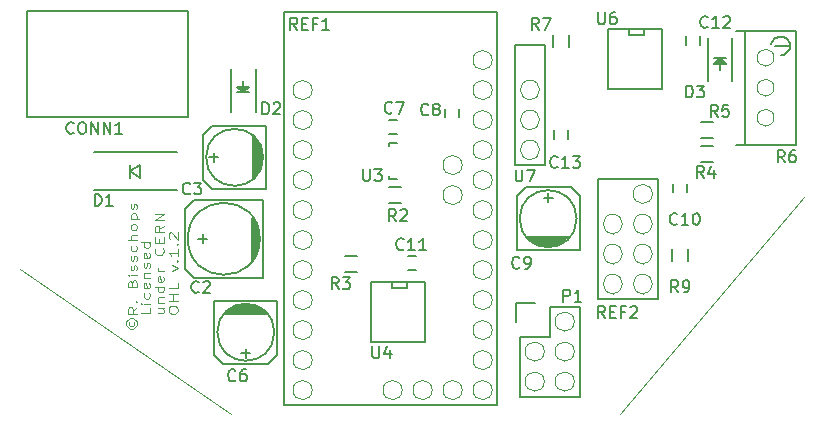
<source format=gto>
G04 #@! TF.FileFunction,Legend,Top*
%FSLAX46Y46*%
G04 Gerber Fmt 4.6, Leading zero omitted, Abs format (unit mm)*
G04 Created by KiCad (PCBNEW 4.0.2-stable) date 19-2-2017 13:23:34*
%MOMM*%
G01*
G04 APERTURE LIST*
%ADD10C,0.100000*%
%ADD11C,0.125000*%
%ADD12C,0.150000*%
G04 APERTURE END LIST*
D10*
D11*
X9213333Y7816667D02*
X9180000Y7750001D01*
X9180000Y7616667D01*
X9213333Y7550001D01*
X9280000Y7483334D01*
X9346667Y7450001D01*
X9480000Y7450001D01*
X9546667Y7483334D01*
X9613333Y7550001D01*
X9646667Y7616667D01*
X9646667Y7750001D01*
X9613333Y7816667D01*
X8946667Y7683334D02*
X8980000Y7516667D01*
X9080000Y7350001D01*
X9246667Y7250001D01*
X9413333Y7216667D01*
X9580000Y7250001D01*
X9746667Y7350001D01*
X9846667Y7516667D01*
X9880000Y7683334D01*
X9846667Y7850001D01*
X9746667Y8016667D01*
X9580000Y8116667D01*
X9413333Y8150001D01*
X9246667Y8116667D01*
X9080000Y8016667D01*
X8980000Y7850001D01*
X8946667Y7683334D01*
X9846667Y9092381D02*
X9513333Y8759047D01*
X9846667Y8520952D02*
X9146667Y8520952D01*
X9146667Y8901905D01*
X9180000Y8997143D01*
X9213333Y9044762D01*
X9280000Y9092381D01*
X9380000Y9092381D01*
X9446667Y9044762D01*
X9480000Y8997143D01*
X9513333Y8901905D01*
X9513333Y8520952D01*
X9780000Y9520952D02*
X9813333Y9568571D01*
X9846667Y9520952D01*
X9813333Y9473333D01*
X9780000Y9520952D01*
X9846667Y9520952D01*
X9480000Y11092381D02*
X9513333Y11235238D01*
X9546667Y11282857D01*
X9613333Y11330476D01*
X9713333Y11330476D01*
X9780000Y11282857D01*
X9813333Y11235238D01*
X9846667Y11140000D01*
X9846667Y10759047D01*
X9146667Y10759047D01*
X9146667Y11092381D01*
X9180000Y11187619D01*
X9213333Y11235238D01*
X9280000Y11282857D01*
X9346667Y11282857D01*
X9413333Y11235238D01*
X9446667Y11187619D01*
X9480000Y11092381D01*
X9480000Y10759047D01*
X9846667Y11759047D02*
X9380000Y11759047D01*
X9146667Y11759047D02*
X9180000Y11711428D01*
X9213333Y11759047D01*
X9180000Y11806666D01*
X9146667Y11759047D01*
X9213333Y11759047D01*
X9813333Y12187618D02*
X9846667Y12282856D01*
X9846667Y12473332D01*
X9813333Y12568571D01*
X9746667Y12616190D01*
X9713333Y12616190D01*
X9646667Y12568571D01*
X9613333Y12473332D01*
X9613333Y12330475D01*
X9580000Y12235237D01*
X9513333Y12187618D01*
X9480000Y12187618D01*
X9413333Y12235237D01*
X9380000Y12330475D01*
X9380000Y12473332D01*
X9413333Y12568571D01*
X9813333Y12997142D02*
X9846667Y13092380D01*
X9846667Y13282856D01*
X9813333Y13378095D01*
X9746667Y13425714D01*
X9713333Y13425714D01*
X9646667Y13378095D01*
X9613333Y13282856D01*
X9613333Y13139999D01*
X9580000Y13044761D01*
X9513333Y12997142D01*
X9480000Y12997142D01*
X9413333Y13044761D01*
X9380000Y13139999D01*
X9380000Y13282856D01*
X9413333Y13378095D01*
X9813333Y14282857D02*
X9846667Y14187619D01*
X9846667Y13997142D01*
X9813333Y13901904D01*
X9780000Y13854285D01*
X9713333Y13806666D01*
X9513333Y13806666D01*
X9446667Y13854285D01*
X9413333Y13901904D01*
X9380000Y13997142D01*
X9380000Y14187619D01*
X9413333Y14282857D01*
X9846667Y14711428D02*
X9146667Y14711428D01*
X9846667Y15140000D02*
X9480000Y15140000D01*
X9413333Y15092381D01*
X9380000Y14997143D01*
X9380000Y14854285D01*
X9413333Y14759047D01*
X9446667Y14711428D01*
X9846667Y15759047D02*
X9813333Y15663809D01*
X9780000Y15616190D01*
X9713333Y15568571D01*
X9513333Y15568571D01*
X9446667Y15616190D01*
X9413333Y15663809D01*
X9380000Y15759047D01*
X9380000Y15901905D01*
X9413333Y15997143D01*
X9446667Y16044762D01*
X9513333Y16092381D01*
X9713333Y16092381D01*
X9780000Y16044762D01*
X9813333Y15997143D01*
X9846667Y15901905D01*
X9846667Y15759047D01*
X9380000Y16520952D02*
X10080000Y16520952D01*
X9413333Y16520952D02*
X9380000Y16616190D01*
X9380000Y16806667D01*
X9413333Y16901905D01*
X9446667Y16949524D01*
X9513333Y16997143D01*
X9713333Y16997143D01*
X9780000Y16949524D01*
X9813333Y16901905D01*
X9846667Y16806667D01*
X9846667Y16616190D01*
X9813333Y16520952D01*
X9813333Y17378095D02*
X9846667Y17473333D01*
X9846667Y17663809D01*
X9813333Y17759048D01*
X9746667Y17806667D01*
X9713333Y17806667D01*
X9646667Y17759048D01*
X9613333Y17663809D01*
X9613333Y17520952D01*
X9580000Y17425714D01*
X9513333Y17378095D01*
X9480000Y17378095D01*
X9413333Y17425714D01*
X9380000Y17520952D01*
X9380000Y17663809D01*
X9413333Y17759048D01*
X10964286Y9024286D02*
X10964286Y8548095D01*
X10214286Y8548095D01*
X10964286Y9357619D02*
X10464286Y9357619D01*
X10214286Y9357619D02*
X10250000Y9310000D01*
X10285714Y9357619D01*
X10250000Y9405238D01*
X10214286Y9357619D01*
X10285714Y9357619D01*
X10928571Y10262381D02*
X10964286Y10167143D01*
X10964286Y9976666D01*
X10928571Y9881428D01*
X10892857Y9833809D01*
X10821429Y9786190D01*
X10607143Y9786190D01*
X10535714Y9833809D01*
X10500000Y9881428D01*
X10464286Y9976666D01*
X10464286Y10167143D01*
X10500000Y10262381D01*
X10928571Y11071905D02*
X10964286Y10976667D01*
X10964286Y10786190D01*
X10928571Y10690952D01*
X10857143Y10643333D01*
X10571429Y10643333D01*
X10500000Y10690952D01*
X10464286Y10786190D01*
X10464286Y10976667D01*
X10500000Y11071905D01*
X10571429Y11119524D01*
X10642857Y11119524D01*
X10714286Y10643333D01*
X10464286Y11548095D02*
X10964286Y11548095D01*
X10535714Y11548095D02*
X10500000Y11595714D01*
X10464286Y11690952D01*
X10464286Y11833810D01*
X10500000Y11929048D01*
X10571429Y11976667D01*
X10964286Y11976667D01*
X10928571Y12405238D02*
X10964286Y12500476D01*
X10964286Y12690952D01*
X10928571Y12786191D01*
X10857143Y12833810D01*
X10821429Y12833810D01*
X10750000Y12786191D01*
X10714286Y12690952D01*
X10714286Y12548095D01*
X10678571Y12452857D01*
X10607143Y12405238D01*
X10571429Y12405238D01*
X10500000Y12452857D01*
X10464286Y12548095D01*
X10464286Y12690952D01*
X10500000Y12786191D01*
X10928571Y13643334D02*
X10964286Y13548096D01*
X10964286Y13357619D01*
X10928571Y13262381D01*
X10857143Y13214762D01*
X10571429Y13214762D01*
X10500000Y13262381D01*
X10464286Y13357619D01*
X10464286Y13548096D01*
X10500000Y13643334D01*
X10571429Y13690953D01*
X10642857Y13690953D01*
X10714286Y13214762D01*
X10964286Y14548096D02*
X10214286Y14548096D01*
X10928571Y14548096D02*
X10964286Y14452858D01*
X10964286Y14262381D01*
X10928571Y14167143D01*
X10892857Y14119524D01*
X10821429Y14071905D01*
X10607143Y14071905D01*
X10535714Y14119524D01*
X10500000Y14167143D01*
X10464286Y14262381D01*
X10464286Y14452858D01*
X10500000Y14548096D01*
X11639286Y8976667D02*
X12139286Y8976667D01*
X11639286Y8548095D02*
X12032143Y8548095D01*
X12103571Y8595714D01*
X12139286Y8690952D01*
X12139286Y8833810D01*
X12103571Y8929048D01*
X12067857Y8976667D01*
X11639286Y9452857D02*
X12139286Y9452857D01*
X11710714Y9452857D02*
X11675000Y9500476D01*
X11639286Y9595714D01*
X11639286Y9738572D01*
X11675000Y9833810D01*
X11746429Y9881429D01*
X12139286Y9881429D01*
X12139286Y10786191D02*
X11389286Y10786191D01*
X12103571Y10786191D02*
X12139286Y10690953D01*
X12139286Y10500476D01*
X12103571Y10405238D01*
X12067857Y10357619D01*
X11996429Y10310000D01*
X11782143Y10310000D01*
X11710714Y10357619D01*
X11675000Y10405238D01*
X11639286Y10500476D01*
X11639286Y10690953D01*
X11675000Y10786191D01*
X12103571Y11643334D02*
X12139286Y11548096D01*
X12139286Y11357619D01*
X12103571Y11262381D01*
X12032143Y11214762D01*
X11746429Y11214762D01*
X11675000Y11262381D01*
X11639286Y11357619D01*
X11639286Y11548096D01*
X11675000Y11643334D01*
X11746429Y11690953D01*
X11817857Y11690953D01*
X11889286Y11214762D01*
X12139286Y12119524D02*
X11639286Y12119524D01*
X11782143Y12119524D02*
X11710714Y12167143D01*
X11675000Y12214762D01*
X11639286Y12310000D01*
X11639286Y12405239D01*
X12067857Y14071906D02*
X12103571Y14024287D01*
X12139286Y13881430D01*
X12139286Y13786192D01*
X12103571Y13643334D01*
X12032143Y13548096D01*
X11960714Y13500477D01*
X11817857Y13452858D01*
X11710714Y13452858D01*
X11567857Y13500477D01*
X11496429Y13548096D01*
X11425000Y13643334D01*
X11389286Y13786192D01*
X11389286Y13881430D01*
X11425000Y14024287D01*
X11460714Y14071906D01*
X11746429Y14500477D02*
X11746429Y14833811D01*
X12139286Y14976668D02*
X12139286Y14500477D01*
X11389286Y14500477D01*
X11389286Y14976668D01*
X12139286Y15976668D02*
X11782143Y15643334D01*
X12139286Y15405239D02*
X11389286Y15405239D01*
X11389286Y15786192D01*
X11425000Y15881430D01*
X11460714Y15929049D01*
X11532143Y15976668D01*
X11639286Y15976668D01*
X11710714Y15929049D01*
X11746429Y15881430D01*
X11782143Y15786192D01*
X11782143Y15405239D01*
X12139286Y16405239D02*
X11389286Y16405239D01*
X12139286Y16976668D01*
X11389286Y16976668D01*
X12564286Y8738571D02*
X12564286Y8929048D01*
X12600000Y9024286D01*
X12671429Y9119524D01*
X12814286Y9167143D01*
X13064286Y9167143D01*
X13207143Y9119524D01*
X13278571Y9024286D01*
X13314286Y8929048D01*
X13314286Y8738571D01*
X13278571Y8643333D01*
X13207143Y8548095D01*
X13064286Y8500476D01*
X12814286Y8500476D01*
X12671429Y8548095D01*
X12600000Y8643333D01*
X12564286Y8738571D01*
X13314286Y9595714D02*
X12564286Y9595714D01*
X12921429Y9595714D02*
X12921429Y10167143D01*
X13314286Y10167143D02*
X12564286Y10167143D01*
X13314286Y11119524D02*
X13314286Y10643333D01*
X12564286Y10643333D01*
X12814286Y12119524D02*
X13314286Y12357619D01*
X12814286Y12595715D01*
X13242857Y12976667D02*
X13278571Y13024286D01*
X13314286Y12976667D01*
X13278571Y12929048D01*
X13242857Y12976667D01*
X13314286Y12976667D01*
X13314286Y13976667D02*
X13314286Y13405238D01*
X13314286Y13690952D02*
X12564286Y13690952D01*
X12671429Y13595714D01*
X12742857Y13500476D01*
X12778571Y13405238D01*
X13242857Y14405238D02*
X13278571Y14452857D01*
X13314286Y14405238D01*
X13278571Y14357619D01*
X13242857Y14405238D01*
X13314286Y14405238D01*
X12635714Y14833809D02*
X12600000Y14881428D01*
X12564286Y14976666D01*
X12564286Y15214762D01*
X12600000Y15310000D01*
X12635714Y15357619D01*
X12707143Y15405238D01*
X12778571Y15405238D01*
X12885714Y15357619D01*
X13314286Y14786190D01*
X13314286Y15405238D01*
D10*
X-6900Y12296500D02*
X17840000Y8000D01*
X50748700Y-6600D02*
X66336900Y18357500D01*
D12*
X53971900Y17381600D02*
X53971900Y9761600D01*
X53971900Y9761600D02*
X48891900Y9761600D01*
X48891900Y9761600D02*
X48891900Y19921600D01*
X48891900Y19921600D02*
X51431900Y19921600D01*
X53971900Y19921600D02*
X53971900Y17381600D01*
X51431900Y19921600D02*
X53971900Y19921600D01*
X31906400Y23703100D02*
X31206400Y23703100D01*
X31206400Y24903100D02*
X31906400Y24903100D01*
X35985600Y25179920D02*
X35985600Y25879920D01*
X37185600Y25879920D02*
X37185600Y25179920D01*
X55270000Y18800000D02*
X55270000Y19500000D01*
X56470000Y19500000D02*
X56470000Y18800000D01*
X33532000Y12171500D02*
X32832000Y12171500D01*
X32832000Y13371500D02*
X33532000Y13371500D01*
X57584360Y31997840D02*
X57584360Y31297840D01*
X56384360Y31297840D02*
X56384360Y31997840D01*
X45174360Y23327840D02*
X45174360Y24027840D01*
X46374360Y24027840D02*
X46374360Y23327840D01*
X42287900Y6573900D02*
X42287900Y1493900D01*
X42007900Y9393900D02*
X43557900Y9393900D01*
X44827900Y9113900D02*
X44827900Y6573900D01*
X44827900Y6573900D02*
X42287900Y6573900D01*
X42287900Y1493900D02*
X47367900Y1493900D01*
X47367900Y1493900D02*
X47367900Y6573900D01*
X42007900Y9393900D02*
X42007900Y7843900D01*
X47367900Y9113900D02*
X44827900Y9113900D01*
X47367900Y6573900D02*
X47367900Y9113900D01*
X32234200Y17900400D02*
X31234200Y17900400D01*
X31234200Y19250400D02*
X32234200Y19250400D01*
X27504360Y13422840D02*
X28504360Y13422840D01*
X28504360Y12072840D02*
X27504360Y12072840D01*
X57650000Y22715000D02*
X58650000Y22715000D01*
X58650000Y21365000D02*
X57650000Y21365000D01*
X57650000Y24755000D02*
X58650000Y24755000D01*
X58650000Y23405000D02*
X57650000Y23405000D01*
X45115560Y31125920D02*
X45115560Y32125920D01*
X46465560Y32125920D02*
X46465560Y31125920D01*
X31185560Y22744760D02*
X31185560Y22696500D01*
X31886600Y19945780D02*
X31185560Y19945780D01*
X31185560Y19945780D02*
X31185560Y20194700D01*
X31185560Y22744760D02*
X31185560Y22945420D01*
X31185560Y22945420D02*
X31886600Y22945420D01*
X34274200Y11209400D02*
X34274200Y6129400D01*
X34274200Y6129400D02*
X29702200Y6129400D01*
X29702200Y6129400D02*
X29702200Y11209400D01*
X29702200Y11209400D02*
X34274200Y11209400D01*
X32750200Y11209400D02*
X32750200Y10701400D01*
X32750200Y10701400D02*
X31480200Y10701400D01*
X31480200Y10701400D02*
X31480200Y11209400D01*
X54294480Y32641920D02*
X54294480Y27561920D01*
X54294480Y27561920D02*
X49722480Y27561920D01*
X49722480Y27561920D02*
X49722480Y32641920D01*
X49722480Y32641920D02*
X54294480Y32641920D01*
X52770480Y32641920D02*
X52770480Y32133920D01*
X52770480Y32133920D02*
X51500480Y32133920D01*
X51500480Y32133920D02*
X51500480Y32641920D01*
X19727620Y9225660D02*
X18330620Y9225660D01*
X19981620Y9098660D02*
X18203620Y9098660D01*
X20362620Y8971660D02*
X17822620Y8971660D01*
X17695620Y8844660D02*
X20489620Y8844660D01*
X20616620Y8717660D02*
X17568620Y8717660D01*
X17441620Y8590660D02*
X20743620Y8590660D01*
X20870620Y8463660D02*
X17314620Y8463660D01*
X21759620Y9606660D02*
X21759620Y5034660D01*
X21759620Y5034660D02*
X20997620Y4272660D01*
X20997620Y4272660D02*
X17187620Y4272660D01*
X17187620Y4272660D02*
X16425620Y5034660D01*
X16425620Y5034660D02*
X16425620Y9606660D01*
X16425620Y9606660D02*
X21759620Y9606660D01*
X19092620Y4780660D02*
X19092620Y5542660D01*
X19473620Y5161660D02*
X18711620Y5161660D01*
X21505620Y6939660D02*
G75*
G03X21505620Y6939660I-2413000J0D01*
G01*
X20428660Y21112860D02*
X20428660Y22509860D01*
X20301660Y20858860D02*
X20301660Y22636860D01*
X20174660Y20477860D02*
X20174660Y23017860D01*
X20047660Y23144860D02*
X20047660Y20350860D01*
X19920660Y20223860D02*
X19920660Y23271860D01*
X19793660Y23398860D02*
X19793660Y20096860D01*
X19666660Y19969860D02*
X19666660Y23525860D01*
X20809660Y19080860D02*
X16237660Y19080860D01*
X16237660Y19080860D02*
X15475660Y19842860D01*
X15475660Y19842860D02*
X15475660Y23652860D01*
X15475660Y23652860D02*
X16237660Y24414860D01*
X16237660Y24414860D02*
X20809660Y24414860D01*
X20809660Y24414860D02*
X20809660Y19080860D01*
X15983660Y21747860D02*
X16745660Y21747860D01*
X16364660Y21366860D02*
X16364660Y22128860D01*
X20555660Y21747860D02*
G75*
G03X20555660Y21747860I-2413000J0D01*
G01*
X44053200Y14270100D02*
X45450200Y14270100D01*
X43799200Y14397100D02*
X45577200Y14397100D01*
X43418200Y14524100D02*
X45958200Y14524100D01*
X46085200Y14651100D02*
X43291200Y14651100D01*
X43164200Y14778100D02*
X46212200Y14778100D01*
X46339200Y14905100D02*
X43037200Y14905100D01*
X42910200Y15032100D02*
X46466200Y15032100D01*
X42021200Y13889100D02*
X42021200Y18461100D01*
X42021200Y18461100D02*
X42783200Y19223100D01*
X42783200Y19223100D02*
X46593200Y19223100D01*
X46593200Y19223100D02*
X47355200Y18461100D01*
X47355200Y18461100D02*
X47355200Y13889100D01*
X47355200Y13889100D02*
X42021200Y13889100D01*
X44688200Y18715100D02*
X44688200Y17953100D01*
X44307200Y18334100D02*
X45069200Y18334100D01*
X47101200Y16556100D02*
G75*
G03X47101200Y16556100I-2413000J0D01*
G01*
X20151800Y14092300D02*
X20151800Y15616300D01*
X20024800Y15997300D02*
X20024800Y13711300D01*
X19897800Y13457300D02*
X19897800Y16251300D01*
X19770800Y16505300D02*
X19770800Y13203300D01*
X19643800Y13076300D02*
X19643800Y16632300D01*
X20532800Y11552300D02*
X20532800Y18156300D01*
X20532800Y18156300D02*
X14690800Y18156300D01*
X14690800Y18156300D02*
X13928800Y17394300D01*
X13928800Y17394300D02*
X13928800Y12314300D01*
X13928800Y12314300D02*
X14690800Y11552300D01*
X14690800Y11552300D02*
X20532800Y11552300D01*
X15071800Y14854300D02*
X15833800Y14854300D01*
X15452800Y14473300D02*
X15452800Y15235300D01*
X20278800Y14854300D02*
G75*
G03X20278800Y14854300I-3048000J0D01*
G01*
X65135200Y31199200D02*
X63865200Y31199200D01*
X64385900Y30411800D02*
X64639900Y30449900D01*
X64639900Y30449900D02*
X64919300Y30627700D01*
X64919300Y30627700D02*
X65135200Y30945200D01*
X65135200Y30945200D02*
X65147900Y31389700D01*
X65147900Y31389700D02*
X64944700Y31745300D01*
X64944700Y31745300D02*
X64652600Y31923100D01*
X64652600Y31923100D02*
X64335100Y31973900D01*
X64335100Y31973900D02*
X63928700Y31872300D01*
X63928700Y31872300D02*
X63674700Y31529400D01*
X63674700Y31529400D02*
X63585800Y31351600D01*
X61325200Y22817200D02*
X61325200Y32469200D01*
X64373200Y32469200D02*
X65643200Y32469200D01*
X65643200Y32469200D02*
X65643200Y22817200D01*
X65643200Y22817200D02*
X60563200Y22817200D01*
X60563200Y32469200D02*
X63103200Y32469200D01*
X63103200Y32469200D02*
X64373200Y32469200D01*
X56565000Y14000000D02*
X56565000Y13000000D01*
X55215000Y13000000D02*
X55215000Y14000000D01*
X44418960Y21110320D02*
X41878960Y21110320D01*
X44418960Y28730320D02*
X44418960Y21110320D01*
X41878960Y21110320D02*
X41878960Y31270320D01*
X41878960Y31270320D02*
X44418960Y31270320D01*
X44418960Y31270320D02*
X44418960Y28730320D01*
X58192400Y31812500D02*
X58192400Y28212500D01*
X60292400Y31812500D02*
X60292400Y28212500D01*
X59542400Y29762500D02*
X58942400Y29762500D01*
X58942400Y29762500D02*
X59242400Y30062500D01*
X59242400Y30062500D02*
X59442400Y29862500D01*
X59442400Y29862500D02*
X59192400Y29862500D01*
X59192400Y29862500D02*
X59242400Y29912500D01*
X59742400Y30162500D02*
X58742400Y30162500D01*
X59242400Y29662500D02*
X59242400Y29162500D01*
X59242400Y30162500D02*
X59742400Y29662500D01*
X59742400Y29662500D02*
X58742400Y29662500D01*
X58742400Y29662500D02*
X59242400Y30162500D01*
X19919100Y25594800D02*
X19919100Y29194800D01*
X17819100Y25594800D02*
X17819100Y29194800D01*
X18569100Y27644800D02*
X19169100Y27644800D01*
X19169100Y27644800D02*
X18869100Y27344800D01*
X18869100Y27344800D02*
X18669100Y27544800D01*
X18669100Y27544800D02*
X18919100Y27544800D01*
X18919100Y27544800D02*
X18869100Y27494800D01*
X18369100Y27244800D02*
X19369100Y27244800D01*
X18869100Y27744800D02*
X18869100Y28244800D01*
X18869100Y27244800D02*
X18369100Y27744800D01*
X18369100Y27744800D02*
X19369100Y27744800D01*
X19369100Y27744800D02*
X18869100Y27244800D01*
X22368300Y34044000D02*
X40402300Y34044000D01*
X40402300Y770000D02*
X40402300Y34044000D01*
X22368300Y770000D02*
X22368300Y34044000D01*
X22368300Y770000D02*
X40402300Y770000D01*
X9260000Y21110000D02*
X9260000Y20030000D01*
X10150000Y21110000D02*
X10150000Y20030000D01*
X10150000Y20030000D02*
X9260000Y20570000D01*
X9260000Y20570000D02*
X10150000Y21110000D01*
X13260000Y18970000D02*
X6260000Y18970000D01*
X6260000Y22170000D02*
X13260000Y22170000D01*
X14180000Y25130000D02*
X14180000Y34130000D01*
X14180000Y34130000D02*
X580000Y34130000D01*
X580000Y25130000D02*
X580000Y34130000D01*
X14180000Y25130000D02*
X580000Y25130000D01*
D10*
X53515500Y18651600D02*
G75*
G03X53515500Y18651600I-813600J0D01*
G01*
X52701900Y16925200D02*
X52701900Y16925200D01*
X52701900Y15298000D02*
X52701900Y15298000D01*
X52701900Y16925200D02*
G75*
G03X52701900Y15298000I0J-813600D01*
G01*
X52701900Y15298000D02*
G75*
G03X52701900Y16925200I0J813600D01*
G01*
X50161900Y16925200D02*
X50161900Y16925200D01*
X50161900Y15298000D02*
X50161900Y15298000D01*
X50161900Y16925200D02*
G75*
G03X50161900Y15298000I0J-813600D01*
G01*
X50161900Y15298000D02*
G75*
G03X50161900Y16925200I0J813600D01*
G01*
X52701900Y14385200D02*
X52701900Y14385200D01*
X52701900Y12758000D02*
X52701900Y12758000D01*
X52701900Y14385200D02*
G75*
G03X52701900Y12758000I0J-813600D01*
G01*
X52701900Y12758000D02*
G75*
G03X52701900Y14385200I0J813600D01*
G01*
X50161900Y14385200D02*
X50161900Y14385200D01*
X50161900Y12758000D02*
X50161900Y12758000D01*
X50161900Y14385200D02*
G75*
G03X50161900Y12758000I0J-813600D01*
G01*
X50161900Y12758000D02*
G75*
G03X50161900Y14385200I0J813600D01*
G01*
X52701900Y11845200D02*
X52701900Y11845200D01*
X52701900Y10218000D02*
X52701900Y10218000D01*
X52701900Y11845200D02*
G75*
G03X52701900Y10218000I0J-813600D01*
G01*
X52701900Y10218000D02*
G75*
G03X52701900Y11845200I0J813600D01*
G01*
X50161900Y11845200D02*
X50161900Y11845200D01*
X50161900Y10218000D02*
X50161900Y10218000D01*
X50161900Y11845200D02*
G75*
G03X50161900Y10218000I0J-813600D01*
G01*
X50161900Y10218000D02*
G75*
G03X50161900Y11845200I0J813600D01*
G01*
X45284300Y7843900D02*
X45284300Y7843900D01*
X46911500Y7843900D02*
X46911500Y7843900D01*
X45284300Y7843900D02*
G75*
G03X46911500Y7843900I813600J0D01*
G01*
X46911500Y7843900D02*
G75*
G03X45284300Y7843900I-813600J0D01*
G01*
X42744300Y5303900D02*
X42744300Y5303900D01*
X44371500Y5303900D02*
X44371500Y5303900D01*
X42744300Y5303900D02*
G75*
G03X44371500Y5303900I813600J0D01*
G01*
X44371500Y5303900D02*
G75*
G03X42744300Y5303900I-813600J0D01*
G01*
X45284300Y5303900D02*
X45284300Y5303900D01*
X46911500Y5303900D02*
X46911500Y5303900D01*
X45284300Y5303900D02*
G75*
G03X46911500Y5303900I813600J0D01*
G01*
X46911500Y5303900D02*
G75*
G03X45284300Y5303900I-813600J0D01*
G01*
X42744300Y2763900D02*
X42744300Y2763900D01*
X44371500Y2763900D02*
X44371500Y2763900D01*
X42744300Y2763900D02*
G75*
G03X44371500Y2763900I813600J0D01*
G01*
X44371500Y2763900D02*
G75*
G03X42744300Y2763900I-813600J0D01*
G01*
X45284300Y2763900D02*
X45284300Y2763900D01*
X46911500Y2763900D02*
X46911500Y2763900D01*
X45284300Y2763900D02*
G75*
G03X46911500Y2763900I813600J0D01*
G01*
X46911500Y2763900D02*
G75*
G03X45284300Y2763900I-813600J0D01*
G01*
X63815200Y27643200D02*
G75*
G03X63815200Y27643200I-712000J0D01*
G01*
X63815200Y25103200D02*
G75*
G03X63815200Y25103200I-712000J0D01*
G01*
X63815200Y30183200D02*
G75*
G03X63815200Y30183200I-712000J0D01*
G01*
X43148960Y28273920D02*
X43148960Y28273920D01*
X43148960Y26646720D02*
X43148960Y26646720D01*
X43148960Y28273920D02*
G75*
G03X43148960Y26646720I0J-813600D01*
G01*
X43148960Y26646720D02*
G75*
G03X43148960Y28273920I0J813600D01*
G01*
X43148960Y25733920D02*
X43148960Y25733920D01*
X43148960Y24106720D02*
X43148960Y24106720D01*
X43148960Y25733920D02*
G75*
G03X43148960Y24106720I0J-813600D01*
G01*
X43148960Y24106720D02*
G75*
G03X43148960Y25733920I0J813600D01*
G01*
X43148960Y23193920D02*
X43148960Y23193920D01*
X43148960Y21566720D02*
X43148960Y21566720D01*
X43148960Y23193920D02*
G75*
G03X43148960Y21566720I0J-813600D01*
G01*
X43148960Y21566720D02*
G75*
G03X43148960Y23193920I0J813600D01*
G01*
X39951900Y2040000D02*
G75*
G03X39951900Y2040000I-813600J0D01*
G01*
X39951900Y4580000D02*
G75*
G03X39951900Y4580000I-813600J0D01*
G01*
X39951900Y7120000D02*
G75*
G03X39951900Y7120000I-813600J0D01*
G01*
X39951900Y9660000D02*
G75*
G03X39951900Y9660000I-813600J0D01*
G01*
X39951900Y12200000D02*
G75*
G03X39951900Y12200000I-813600J0D01*
G01*
X39951900Y14740000D02*
G75*
G03X39951900Y14740000I-813600J0D01*
G01*
X39951900Y17280000D02*
G75*
G03X39951900Y17280000I-813600J0D01*
G01*
X39951900Y19820000D02*
G75*
G03X39951900Y19820000I-813600J0D01*
G01*
X39951900Y22360000D02*
G75*
G03X39951900Y22360000I-813600J0D01*
G01*
X39951900Y24900000D02*
G75*
G03X39951900Y24900000I-813600J0D01*
G01*
X39951900Y27440000D02*
G75*
G03X39951900Y27440000I-813600J0D01*
G01*
X39951900Y29980000D02*
G75*
G03X39951900Y29980000I-813600J0D01*
G01*
X37411900Y2040000D02*
G75*
G03X37411900Y2040000I-813600J0D01*
G01*
X34871900Y2040000D02*
G75*
G03X34871900Y2040000I-813600J0D01*
G01*
X32331900Y2040000D02*
G75*
G03X32331900Y2040000I-813600J0D01*
G01*
X24711900Y27440000D02*
G75*
G03X24711900Y27440000I-813600J0D01*
G01*
X24711900Y24900000D02*
G75*
G03X24711900Y24900000I-813600J0D01*
G01*
X24711900Y22360000D02*
G75*
G03X24711900Y22360000I-813600J0D01*
G01*
X24711900Y19820000D02*
G75*
G03X24711900Y19820000I-813600J0D01*
G01*
X24711900Y17280000D02*
G75*
G03X24711900Y17280000I-813600J0D01*
G01*
X24711900Y14740000D02*
G75*
G03X24711900Y14740000I-813600J0D01*
G01*
X24711900Y12200000D02*
G75*
G03X24711900Y12200000I-813600J0D01*
G01*
X24711900Y9660000D02*
G75*
G03X24711900Y9660000I-813600J0D01*
G01*
X24711900Y7120000D02*
G75*
G03X24711900Y7120000I-813600J0D01*
G01*
X24711900Y4580000D02*
G75*
G03X24711900Y4580000I-813600J0D01*
G01*
X24711900Y2040000D02*
G75*
G03X24711900Y2040000I-813600J0D01*
G01*
X37411900Y21090000D02*
G75*
G03X37411900Y21090000I-813600J0D01*
G01*
X37411900Y18550000D02*
G75*
G03X37411900Y18550000I-813600J0D01*
G01*
D12*
X49507981Y8140819D02*
X49174647Y8617010D01*
X48936552Y8140819D02*
X48936552Y9140819D01*
X49317505Y9140819D01*
X49412743Y9093200D01*
X49460362Y9045581D01*
X49507981Y8950343D01*
X49507981Y8807486D01*
X49460362Y8712248D01*
X49412743Y8664629D01*
X49317505Y8617010D01*
X48936552Y8617010D01*
X49936552Y8664629D02*
X50269886Y8664629D01*
X50412743Y8140819D02*
X49936552Y8140819D01*
X49936552Y9140819D01*
X50412743Y9140819D01*
X51174648Y8664629D02*
X50841314Y8664629D01*
X50841314Y8140819D02*
X50841314Y9140819D01*
X51317505Y9140819D01*
X51650838Y9045581D02*
X51698457Y9093200D01*
X51793695Y9140819D01*
X52031791Y9140819D01*
X52127029Y9093200D01*
X52174648Y9045581D01*
X52222267Y8950343D01*
X52222267Y8855105D01*
X52174648Y8712248D01*
X51603219Y8140819D01*
X52222267Y8140819D01*
X31467694Y25550697D02*
X31420075Y25503078D01*
X31277218Y25455459D01*
X31181980Y25455459D01*
X31039122Y25503078D01*
X30943884Y25598316D01*
X30896265Y25693554D01*
X30848646Y25884030D01*
X30848646Y26026888D01*
X30896265Y26217364D01*
X30943884Y26312602D01*
X31039122Y26407840D01*
X31181980Y26455459D01*
X31277218Y26455459D01*
X31420075Y26407840D01*
X31467694Y26360221D01*
X31801027Y26455459D02*
X32467694Y26455459D01*
X32039122Y25455459D01*
X34547694Y25390697D02*
X34500075Y25343078D01*
X34357218Y25295459D01*
X34261980Y25295459D01*
X34119122Y25343078D01*
X34023884Y25438316D01*
X33976265Y25533554D01*
X33928646Y25724030D01*
X33928646Y25866888D01*
X33976265Y26057364D01*
X34023884Y26152602D01*
X34119122Y26247840D01*
X34261980Y26295459D01*
X34357218Y26295459D01*
X34500075Y26247840D01*
X34547694Y26200221D01*
X35119122Y25866888D02*
X35023884Y25914507D01*
X34976265Y25962126D01*
X34928646Y26057364D01*
X34928646Y26104983D01*
X34976265Y26200221D01*
X35023884Y26247840D01*
X35119122Y26295459D01*
X35309599Y26295459D01*
X35404837Y26247840D01*
X35452456Y26200221D01*
X35500075Y26104983D01*
X35500075Y26057364D01*
X35452456Y25962126D01*
X35404837Y25914507D01*
X35309599Y25866888D01*
X35119122Y25866888D01*
X35023884Y25819269D01*
X34976265Y25771650D01*
X34928646Y25676411D01*
X34928646Y25485935D01*
X34976265Y25390697D01*
X35023884Y25343078D01*
X35119122Y25295459D01*
X35309599Y25295459D01*
X35404837Y25343078D01*
X35452456Y25390697D01*
X35500075Y25485935D01*
X35500075Y25676411D01*
X35452456Y25771650D01*
X35404837Y25819269D01*
X35309599Y25866888D01*
X55608143Y16125857D02*
X55560524Y16078238D01*
X55417667Y16030619D01*
X55322429Y16030619D01*
X55179571Y16078238D01*
X55084333Y16173476D01*
X55036714Y16268714D01*
X54989095Y16459190D01*
X54989095Y16602048D01*
X55036714Y16792524D01*
X55084333Y16887762D01*
X55179571Y16983000D01*
X55322429Y17030619D01*
X55417667Y17030619D01*
X55560524Y16983000D01*
X55608143Y16935381D01*
X56560524Y16030619D02*
X55989095Y16030619D01*
X56274809Y16030619D02*
X56274809Y17030619D01*
X56179571Y16887762D01*
X56084333Y16792524D01*
X55989095Y16744905D01*
X57179571Y17030619D02*
X57274810Y17030619D01*
X57370048Y16983000D01*
X57417667Y16935381D01*
X57465286Y16840143D01*
X57512905Y16649667D01*
X57512905Y16411571D01*
X57465286Y16221095D01*
X57417667Y16125857D01*
X57370048Y16078238D01*
X57274810Y16030619D01*
X57179571Y16030619D01*
X57084333Y16078238D01*
X57036714Y16125857D01*
X56989095Y16221095D01*
X56941476Y16411571D01*
X56941476Y16649667D01*
X56989095Y16840143D01*
X57036714Y16935381D01*
X57084333Y16983000D01*
X57179571Y17030619D01*
X32451503Y13990697D02*
X32403884Y13943078D01*
X32261027Y13895459D01*
X32165789Y13895459D01*
X32022931Y13943078D01*
X31927693Y14038316D01*
X31880074Y14133554D01*
X31832455Y14324030D01*
X31832455Y14466888D01*
X31880074Y14657364D01*
X31927693Y14752602D01*
X32022931Y14847840D01*
X32165789Y14895459D01*
X32261027Y14895459D01*
X32403884Y14847840D01*
X32451503Y14800221D01*
X33403884Y13895459D02*
X32832455Y13895459D01*
X33118169Y13895459D02*
X33118169Y14895459D01*
X33022931Y14752602D01*
X32927693Y14657364D01*
X32832455Y14609745D01*
X34356265Y13895459D02*
X33784836Y13895459D01*
X34070550Y13895459D02*
X34070550Y14895459D01*
X33975312Y14752602D01*
X33880074Y14657364D01*
X33784836Y14609745D01*
X58197143Y32812857D02*
X58149524Y32765238D01*
X58006667Y32717619D01*
X57911429Y32717619D01*
X57768571Y32765238D01*
X57673333Y32860476D01*
X57625714Y32955714D01*
X57578095Y33146190D01*
X57578095Y33289048D01*
X57625714Y33479524D01*
X57673333Y33574762D01*
X57768571Y33670000D01*
X57911429Y33717619D01*
X58006667Y33717619D01*
X58149524Y33670000D01*
X58197143Y33622381D01*
X59149524Y32717619D02*
X58578095Y32717619D01*
X58863809Y32717619D02*
X58863809Y33717619D01*
X58768571Y33574762D01*
X58673333Y33479524D01*
X58578095Y33431905D01*
X59530476Y33622381D02*
X59578095Y33670000D01*
X59673333Y33717619D01*
X59911429Y33717619D01*
X60006667Y33670000D01*
X60054286Y33622381D01*
X60101905Y33527143D01*
X60101905Y33431905D01*
X60054286Y33289048D01*
X59482857Y32717619D01*
X60101905Y32717619D01*
X45487143Y20952857D02*
X45439524Y20905238D01*
X45296667Y20857619D01*
X45201429Y20857619D01*
X45058571Y20905238D01*
X44963333Y21000476D01*
X44915714Y21095714D01*
X44868095Y21286190D01*
X44868095Y21429048D01*
X44915714Y21619524D01*
X44963333Y21714762D01*
X45058571Y21810000D01*
X45201429Y21857619D01*
X45296667Y21857619D01*
X45439524Y21810000D01*
X45487143Y21762381D01*
X46439524Y20857619D02*
X45868095Y20857619D01*
X46153809Y20857619D02*
X46153809Y21857619D01*
X46058571Y21714762D01*
X45963333Y21619524D01*
X45868095Y21571905D01*
X46772857Y21857619D02*
X47391905Y21857619D01*
X47058571Y21476667D01*
X47201429Y21476667D01*
X47296667Y21429048D01*
X47344286Y21381429D01*
X47391905Y21286190D01*
X47391905Y21048095D01*
X47344286Y20952857D01*
X47296667Y20905238D01*
X47201429Y20857619D01*
X46915714Y20857619D01*
X46820476Y20905238D01*
X46772857Y20952857D01*
X45986265Y9535459D02*
X45986265Y10535459D01*
X46367218Y10535459D01*
X46462456Y10487840D01*
X46510075Y10440221D01*
X46557694Y10344983D01*
X46557694Y10202126D01*
X46510075Y10106888D01*
X46462456Y10059269D01*
X46367218Y10011650D01*
X45986265Y10011650D01*
X47510075Y9535459D02*
X46938646Y9535459D01*
X47224360Y9535459D02*
X47224360Y10535459D01*
X47129122Y10392602D01*
X47033884Y10297364D01*
X46938646Y10249745D01*
X31807694Y16345459D02*
X31474360Y16821650D01*
X31236265Y16345459D02*
X31236265Y17345459D01*
X31617218Y17345459D01*
X31712456Y17297840D01*
X31760075Y17250221D01*
X31807694Y17154983D01*
X31807694Y17012126D01*
X31760075Y16916888D01*
X31712456Y16869269D01*
X31617218Y16821650D01*
X31236265Y16821650D01*
X32188646Y17250221D02*
X32236265Y17297840D01*
X32331503Y17345459D01*
X32569599Y17345459D01*
X32664837Y17297840D01*
X32712456Y17250221D01*
X32760075Y17154983D01*
X32760075Y17059745D01*
X32712456Y16916888D01*
X32141027Y16345459D01*
X32760075Y16345459D01*
X26947694Y10595459D02*
X26614360Y11071650D01*
X26376265Y10595459D02*
X26376265Y11595459D01*
X26757218Y11595459D01*
X26852456Y11547840D01*
X26900075Y11500221D01*
X26947694Y11404983D01*
X26947694Y11262126D01*
X26900075Y11166888D01*
X26852456Y11119269D01*
X26757218Y11071650D01*
X26376265Y11071650D01*
X27281027Y11595459D02*
X27900075Y11595459D01*
X27566741Y11214507D01*
X27709599Y11214507D01*
X27804837Y11166888D01*
X27852456Y11119269D01*
X27900075Y11024030D01*
X27900075Y10785935D01*
X27852456Y10690697D01*
X27804837Y10643078D01*
X27709599Y10595459D01*
X27423884Y10595459D01*
X27328646Y10643078D01*
X27281027Y10690697D01*
X57873334Y20007619D02*
X57540000Y20483810D01*
X57301905Y20007619D02*
X57301905Y21007619D01*
X57682858Y21007619D01*
X57778096Y20960000D01*
X57825715Y20912381D01*
X57873334Y20817143D01*
X57873334Y20674286D01*
X57825715Y20579048D01*
X57778096Y20531429D01*
X57682858Y20483810D01*
X57301905Y20483810D01*
X58730477Y20674286D02*
X58730477Y20007619D01*
X58492381Y21055238D02*
X58254286Y20340952D01*
X58873334Y20340952D01*
X59053334Y25187619D02*
X58720000Y25663810D01*
X58481905Y25187619D02*
X58481905Y26187619D01*
X58862858Y26187619D01*
X58958096Y26140000D01*
X59005715Y26092381D01*
X59053334Y25997143D01*
X59053334Y25854286D01*
X59005715Y25759048D01*
X58958096Y25711429D01*
X58862858Y25663810D01*
X58481905Y25663810D01*
X59958096Y26187619D02*
X59481905Y26187619D01*
X59434286Y25711429D01*
X59481905Y25759048D01*
X59577143Y25806667D01*
X59815239Y25806667D01*
X59910477Y25759048D01*
X59958096Y25711429D01*
X60005715Y25616190D01*
X60005715Y25378095D01*
X59958096Y25282857D01*
X59910477Y25235238D01*
X59815239Y25187619D01*
X59577143Y25187619D01*
X59481905Y25235238D01*
X59434286Y25282857D01*
X43893334Y32557619D02*
X43560000Y33033810D01*
X43321905Y32557619D02*
X43321905Y33557619D01*
X43702858Y33557619D01*
X43798096Y33510000D01*
X43845715Y33462381D01*
X43893334Y33367143D01*
X43893334Y33224286D01*
X43845715Y33129048D01*
X43798096Y33081429D01*
X43702858Y33033810D01*
X43321905Y33033810D01*
X44226667Y33557619D02*
X44893334Y33557619D01*
X44464762Y32557619D01*
X29032455Y20755459D02*
X29032455Y19945935D01*
X29080074Y19850697D01*
X29127693Y19803078D01*
X29222931Y19755459D01*
X29413408Y19755459D01*
X29508646Y19803078D01*
X29556265Y19850697D01*
X29603884Y19945935D01*
X29603884Y20755459D01*
X29984836Y20755459D02*
X30603884Y20755459D01*
X30270550Y20374507D01*
X30413408Y20374507D01*
X30508646Y20326888D01*
X30556265Y20279269D01*
X30603884Y20184030D01*
X30603884Y19945935D01*
X30556265Y19850697D01*
X30508646Y19803078D01*
X30413408Y19755459D01*
X30127693Y19755459D01*
X30032455Y19803078D01*
X29984836Y19850697D01*
X29816595Y5749919D02*
X29816595Y4940395D01*
X29864214Y4845157D01*
X29911833Y4797538D01*
X30007071Y4749919D01*
X30197548Y4749919D01*
X30292786Y4797538D01*
X30340405Y4845157D01*
X30388024Y4940395D01*
X30388024Y5749919D01*
X31292786Y5416586D02*
X31292786Y4749919D01*
X31054690Y5797538D02*
X30816595Y5083252D01*
X31435643Y5083252D01*
X48909775Y34027739D02*
X48909775Y33218215D01*
X48957394Y33122977D01*
X49005013Y33075358D01*
X49100251Y33027739D01*
X49290728Y33027739D01*
X49385966Y33075358D01*
X49433585Y33122977D01*
X49481204Y33218215D01*
X49481204Y34027739D01*
X50385966Y34027739D02*
X50195489Y34027739D01*
X50100251Y33980120D01*
X50052632Y33932501D01*
X49957394Y33789644D01*
X49909775Y33599168D01*
X49909775Y33218215D01*
X49957394Y33122977D01*
X50005013Y33075358D01*
X50100251Y33027739D01*
X50290728Y33027739D01*
X50385966Y33075358D01*
X50433585Y33122977D01*
X50481204Y33218215D01*
X50481204Y33456310D01*
X50433585Y33551549D01*
X50385966Y33599168D01*
X50290728Y33646787D01*
X50100251Y33646787D01*
X50005013Y33599168D01*
X49957394Y33551549D01*
X49909775Y33456310D01*
X18214754Y2886817D02*
X18167135Y2839198D01*
X18024278Y2791579D01*
X17929040Y2791579D01*
X17786182Y2839198D01*
X17690944Y2934436D01*
X17643325Y3029674D01*
X17595706Y3220150D01*
X17595706Y3363008D01*
X17643325Y3553484D01*
X17690944Y3648722D01*
X17786182Y3743960D01*
X17929040Y3791579D01*
X18024278Y3791579D01*
X18167135Y3743960D01*
X18214754Y3696341D01*
X19071897Y3791579D02*
X18881420Y3791579D01*
X18786182Y3743960D01*
X18738563Y3696341D01*
X18643325Y3553484D01*
X18595706Y3363008D01*
X18595706Y2982055D01*
X18643325Y2886817D01*
X18690944Y2839198D01*
X18786182Y2791579D01*
X18976659Y2791579D01*
X19071897Y2839198D01*
X19119516Y2886817D01*
X19167135Y2982055D01*
X19167135Y3220150D01*
X19119516Y3315389D01*
X19071897Y3363008D01*
X18976659Y3410627D01*
X18786182Y3410627D01*
X18690944Y3363008D01*
X18643325Y3315389D01*
X18595706Y3220150D01*
X14387694Y18710697D02*
X14340075Y18663078D01*
X14197218Y18615459D01*
X14101980Y18615459D01*
X13959122Y18663078D01*
X13863884Y18758316D01*
X13816265Y18853554D01*
X13768646Y19044030D01*
X13768646Y19186888D01*
X13816265Y19377364D01*
X13863884Y19472602D01*
X13959122Y19567840D01*
X14101980Y19615459D01*
X14197218Y19615459D01*
X14340075Y19567840D01*
X14387694Y19520221D01*
X14721027Y19615459D02*
X15340075Y19615459D01*
X15006741Y19234507D01*
X15149599Y19234507D01*
X15244837Y19186888D01*
X15292456Y19139269D01*
X15340075Y19044030D01*
X15340075Y18805935D01*
X15292456Y18710697D01*
X15244837Y18663078D01*
X15149599Y18615459D01*
X14863884Y18615459D01*
X14768646Y18663078D01*
X14721027Y18710697D01*
X42260934Y12427057D02*
X42213315Y12379438D01*
X42070458Y12331819D01*
X41975220Y12331819D01*
X41832362Y12379438D01*
X41737124Y12474676D01*
X41689505Y12569914D01*
X41641886Y12760390D01*
X41641886Y12903248D01*
X41689505Y13093724D01*
X41737124Y13188962D01*
X41832362Y13284200D01*
X41975220Y13331819D01*
X42070458Y13331819D01*
X42213315Y13284200D01*
X42260934Y13236581D01*
X42737124Y12331819D02*
X42927600Y12331819D01*
X43022839Y12379438D01*
X43070458Y12427057D01*
X43165696Y12569914D01*
X43213315Y12760390D01*
X43213315Y13141343D01*
X43165696Y13236581D01*
X43118077Y13284200D01*
X43022839Y13331819D01*
X42832362Y13331819D01*
X42737124Y13284200D01*
X42689505Y13236581D01*
X42641886Y13141343D01*
X42641886Y12903248D01*
X42689505Y12808010D01*
X42737124Y12760390D01*
X42832362Y12712771D01*
X43022839Y12712771D01*
X43118077Y12760390D01*
X43165696Y12808010D01*
X43213315Y12903248D01*
X15107694Y10360697D02*
X15060075Y10313078D01*
X14917218Y10265459D01*
X14821980Y10265459D01*
X14679122Y10313078D01*
X14583884Y10408316D01*
X14536265Y10503554D01*
X14488646Y10694030D01*
X14488646Y10836888D01*
X14536265Y11027364D01*
X14583884Y11122602D01*
X14679122Y11217840D01*
X14821980Y11265459D01*
X14917218Y11265459D01*
X15060075Y11217840D01*
X15107694Y11170221D01*
X15488646Y11170221D02*
X15536265Y11217840D01*
X15631503Y11265459D01*
X15869599Y11265459D01*
X15964837Y11217840D01*
X16012456Y11170221D01*
X16060075Y11074983D01*
X16060075Y10979745D01*
X16012456Y10836888D01*
X15441027Y10265459D01*
X16060075Y10265459D01*
X64723334Y21327619D02*
X64390000Y21803810D01*
X64151905Y21327619D02*
X64151905Y22327619D01*
X64532858Y22327619D01*
X64628096Y22280000D01*
X64675715Y22232381D01*
X64723334Y22137143D01*
X64723334Y21994286D01*
X64675715Y21899048D01*
X64628096Y21851429D01*
X64532858Y21803810D01*
X64151905Y21803810D01*
X65580477Y22327619D02*
X65390000Y22327619D01*
X65294762Y22280000D01*
X65247143Y22232381D01*
X65151905Y22089524D01*
X65104286Y21899048D01*
X65104286Y21518095D01*
X65151905Y21422857D01*
X65199524Y21375238D01*
X65294762Y21327619D01*
X65485239Y21327619D01*
X65580477Y21375238D01*
X65628096Y21422857D01*
X65675715Y21518095D01*
X65675715Y21756190D01*
X65628096Y21851429D01*
X65580477Y21899048D01*
X65485239Y21946667D01*
X65294762Y21946667D01*
X65199524Y21899048D01*
X65151905Y21851429D01*
X65104286Y21756190D01*
X55693334Y10327619D02*
X55360000Y10803810D01*
X55121905Y10327619D02*
X55121905Y11327619D01*
X55502858Y11327619D01*
X55598096Y11280000D01*
X55645715Y11232381D01*
X55693334Y11137143D01*
X55693334Y10994286D01*
X55645715Y10899048D01*
X55598096Y10851429D01*
X55502858Y10803810D01*
X55121905Y10803810D01*
X56169524Y10327619D02*
X56360000Y10327619D01*
X56455239Y10375238D01*
X56502858Y10422857D01*
X56598096Y10565714D01*
X56645715Y10756190D01*
X56645715Y11137143D01*
X56598096Y11232381D01*
X56550477Y11280000D01*
X56455239Y11327619D01*
X56264762Y11327619D01*
X56169524Y11280000D01*
X56121905Y11232381D01*
X56074286Y11137143D01*
X56074286Y10899048D01*
X56121905Y10803810D01*
X56169524Y10756190D01*
X56264762Y10708571D01*
X56455239Y10708571D01*
X56550477Y10756190D01*
X56598096Y10803810D01*
X56645715Y10899048D01*
X41942455Y20705459D02*
X41942455Y19895935D01*
X41990074Y19800697D01*
X42037693Y19753078D01*
X42132931Y19705459D01*
X42323408Y19705459D01*
X42418646Y19753078D01*
X42466265Y19800697D01*
X42513884Y19895935D01*
X42513884Y20705459D01*
X42894836Y20705459D02*
X43561503Y20705459D01*
X43132931Y19705459D01*
X56371905Y26827619D02*
X56371905Y27827619D01*
X56610000Y27827619D01*
X56752858Y27780000D01*
X56848096Y27684762D01*
X56895715Y27589524D01*
X56943334Y27399048D01*
X56943334Y27256190D01*
X56895715Y27065714D01*
X56848096Y26970476D01*
X56752858Y26875238D01*
X56610000Y26827619D01*
X56371905Y26827619D01*
X57276667Y27827619D02*
X57895715Y27827619D01*
X57562381Y27446667D01*
X57705239Y27446667D01*
X57800477Y27399048D01*
X57848096Y27351429D01*
X57895715Y27256190D01*
X57895715Y27018095D01*
X57848096Y26922857D01*
X57800477Y26875238D01*
X57705239Y26827619D01*
X57419524Y26827619D01*
X57324286Y26875238D01*
X57276667Y26922857D01*
X20505905Y25400119D02*
X20505905Y26400119D01*
X20744000Y26400119D01*
X20886858Y26352500D01*
X20982096Y26257262D01*
X21029715Y26162024D01*
X21077334Y25971548D01*
X21077334Y25828690D01*
X21029715Y25638214D01*
X20982096Y25542976D01*
X20886858Y25447738D01*
X20744000Y25400119D01*
X20505905Y25400119D01*
X21458286Y26304881D02*
X21505905Y26352500D01*
X21601143Y26400119D01*
X21839239Y26400119D01*
X21934477Y26352500D01*
X21982096Y26304881D01*
X22029715Y26209643D01*
X22029715Y26114405D01*
X21982096Y25971548D01*
X21410667Y25400119D01*
X22029715Y25400119D01*
X23436741Y32555459D02*
X23103407Y33031650D01*
X22865312Y32555459D02*
X22865312Y33555459D01*
X23246265Y33555459D01*
X23341503Y33507840D01*
X23389122Y33460221D01*
X23436741Y33364983D01*
X23436741Y33222126D01*
X23389122Y33126888D01*
X23341503Y33079269D01*
X23246265Y33031650D01*
X22865312Y33031650D01*
X23865312Y33079269D02*
X24198646Y33079269D01*
X24341503Y32555459D02*
X23865312Y32555459D01*
X23865312Y33555459D01*
X24341503Y33555459D01*
X25103408Y33079269D02*
X24770074Y33079269D01*
X24770074Y32555459D02*
X24770074Y33555459D01*
X25246265Y33555459D01*
X26151027Y32555459D02*
X25579598Y32555459D01*
X25865312Y32555459D02*
X25865312Y33555459D01*
X25770074Y33412602D01*
X25674836Y33317364D01*
X25579598Y33269745D01*
X6311905Y17637619D02*
X6311905Y18637619D01*
X6550000Y18637619D01*
X6692858Y18590000D01*
X6788096Y18494762D01*
X6835715Y18399524D01*
X6883334Y18209048D01*
X6883334Y18066190D01*
X6835715Y17875714D01*
X6788096Y17780476D01*
X6692858Y17685238D01*
X6550000Y17637619D01*
X6311905Y17637619D01*
X7835715Y17637619D02*
X7264286Y17637619D01*
X7550000Y17637619D02*
X7550000Y18637619D01*
X7454762Y18494762D01*
X7359524Y18399524D01*
X7264286Y18351905D01*
X4521905Y23832857D02*
X4474286Y23785238D01*
X4331429Y23737619D01*
X4236191Y23737619D01*
X4093333Y23785238D01*
X3998095Y23880476D01*
X3950476Y23975714D01*
X3902857Y24166190D01*
X3902857Y24309048D01*
X3950476Y24499524D01*
X3998095Y24594762D01*
X4093333Y24690000D01*
X4236191Y24737619D01*
X4331429Y24737619D01*
X4474286Y24690000D01*
X4521905Y24642381D01*
X5140952Y24737619D02*
X5331429Y24737619D01*
X5426667Y24690000D01*
X5521905Y24594762D01*
X5569524Y24404286D01*
X5569524Y24070952D01*
X5521905Y23880476D01*
X5426667Y23785238D01*
X5331429Y23737619D01*
X5140952Y23737619D01*
X5045714Y23785238D01*
X4950476Y23880476D01*
X4902857Y24070952D01*
X4902857Y24404286D01*
X4950476Y24594762D01*
X5045714Y24690000D01*
X5140952Y24737619D01*
X5998095Y23737619D02*
X5998095Y24737619D01*
X6569524Y23737619D01*
X6569524Y24737619D01*
X7045714Y23737619D02*
X7045714Y24737619D01*
X7617143Y23737619D01*
X7617143Y24737619D01*
X8617143Y23737619D02*
X8045714Y23737619D01*
X8331428Y23737619D02*
X8331428Y24737619D01*
X8236190Y24594762D01*
X8140952Y24499524D01*
X8045714Y24451905D01*
M02*

</source>
